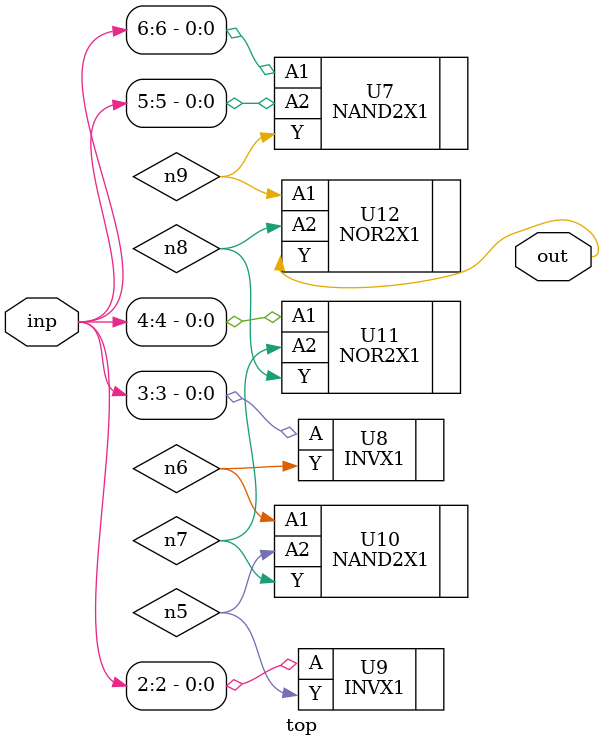
<source format=sv>


module top ( inp, out );
  input [6:0] inp;
  output out;
  wire   n5, n6, n7, n8, n9;

  NAND2X1 U7 ( .A1(inp[6]), .A2(inp[5]), .Y(n9) );
  INVX1 U8 ( .A(inp[3]), .Y(n6) );
  INVX1 U9 ( .A(inp[2]), .Y(n5) );
  NAND2X1 U10 ( .A1(n6), .A2(n5), .Y(n7) );
  NOR2X1 U11 ( .A1(inp[4]), .A2(n7), .Y(n8) );
  NOR2X1 U12 ( .A1(n9), .A2(n8), .Y(out) );
endmodule


</source>
